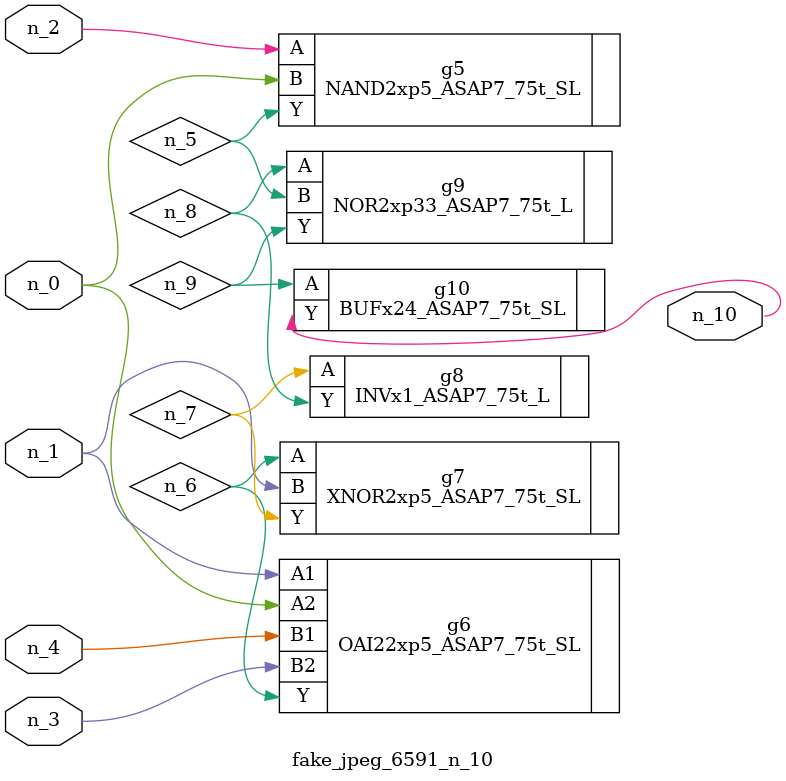
<source format=v>
module fake_jpeg_6591_n_10 (n_3, n_2, n_1, n_0, n_4, n_10);

input n_3;
input n_2;
input n_1;
input n_0;
input n_4;

output n_10;

wire n_8;
wire n_9;
wire n_6;
wire n_5;
wire n_7;

NAND2xp5_ASAP7_75t_SL g5 ( 
.A(n_2),
.B(n_0),
.Y(n_5)
);

OAI22xp5_ASAP7_75t_SL g6 ( 
.A1(n_1),
.A2(n_0),
.B1(n_4),
.B2(n_3),
.Y(n_6)
);

XNOR2xp5_ASAP7_75t_SL g7 ( 
.A(n_6),
.B(n_1),
.Y(n_7)
);

INVx1_ASAP7_75t_L g8 ( 
.A(n_7),
.Y(n_8)
);

NOR2xp33_ASAP7_75t_L g9 ( 
.A(n_8),
.B(n_5),
.Y(n_9)
);

BUFx24_ASAP7_75t_SL g10 ( 
.A(n_9),
.Y(n_10)
);


endmodule
</source>
